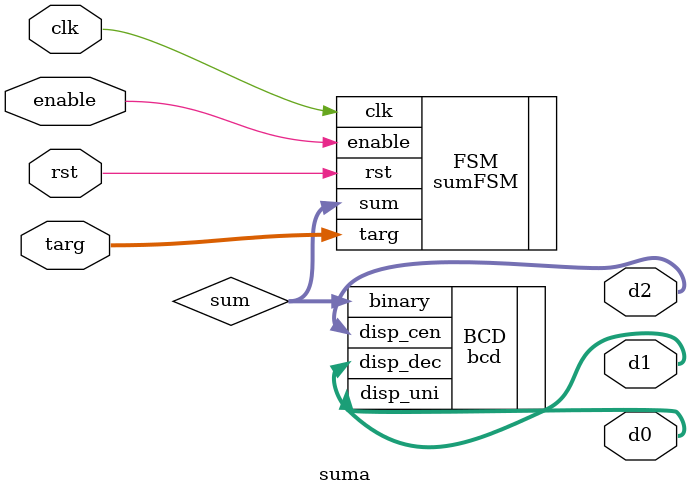
<source format=v>
module suma (
	input clk,rst,enable,
	input [4:0] targ,
	//output [9:0] states,
	output [6:0] d0,d1,d2//,d3,d4
	);
	
	//wire [4:0] targ;
	wire [7:0] sum;
	//wire clkdivided;
	
	/*clkdiv #(.FREQ(1)) CLKDIVIDER (
		.clk(clk),
		.rst(rst),
		.clk_div(clkdivided)
	);*/
	
	/*genvar i;
	generate
		for (i=0;i<5;i=i+1)
			begin: oneShotInst
			one_shot U (
				.clk(clkdivided),
				.signal(comb_so[i]),
				.oneshot_out(comb[i])
			);
			end
	endgenerate*/
	//assign targ=comb_so;
	
	sumFSM FSM (
		.clk(clk),
		.rst(rst),
		.enable(enable),
		.targ(targ),
		.sum(sum),
	 );
	 
	bcd BCD (
		.binary(sum),
		.disp_uni(d0),
		.disp_dec(d1),
		.disp_cen(d2)
	);
	 
endmodule
</source>
